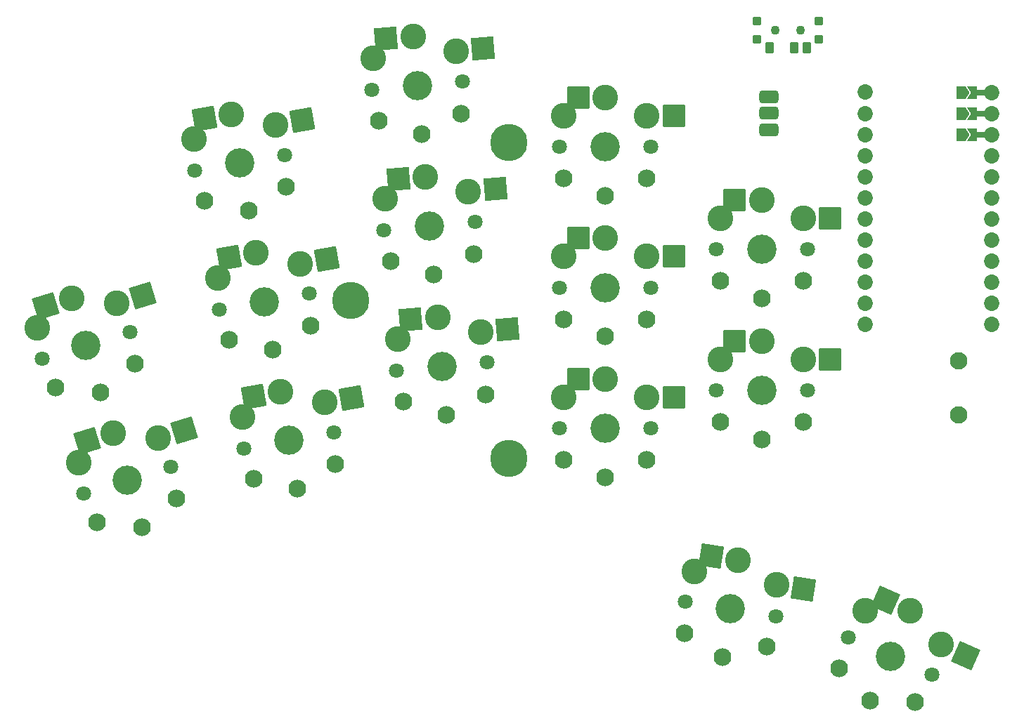
<source format=gbs>
%TF.GenerationSoftware,KiCad,Pcbnew,(6.0.4-0)*%
%TF.CreationDate,2022-05-24T13:00:26+02:00*%
%TF.ProjectId,battoota,62617474-6f6f-4746-912e-6b696361645f,v1.0.0*%
%TF.SameCoordinates,Original*%
%TF.FileFunction,Soldermask,Bot*%
%TF.FilePolarity,Negative*%
%FSLAX46Y46*%
G04 Gerber Fmt 4.6, Leading zero omitted, Abs format (unit mm)*
G04 Created by KiCad (PCBNEW (6.0.4-0)) date 2022-05-24 13:00:26*
%MOMM*%
%LPD*%
G01*
G04 APERTURE LIST*
G04 Aperture macros list*
%AMRoundRect*
0 Rectangle with rounded corners*
0 $1 Rounding radius*
0 $2 $3 $4 $5 $6 $7 $8 $9 X,Y pos of 4 corners*
0 Add a 4 corners polygon primitive as box body*
4,1,4,$2,$3,$4,$5,$6,$7,$8,$9,$2,$3,0*
0 Add four circle primitives for the rounded corners*
1,1,$1+$1,$2,$3*
1,1,$1+$1,$4,$5*
1,1,$1+$1,$6,$7*
1,1,$1+$1,$8,$9*
0 Add four rect primitives between the rounded corners*
20,1,$1+$1,$2,$3,$4,$5,0*
20,1,$1+$1,$4,$5,$6,$7,0*
20,1,$1+$1,$6,$7,$8,$9,0*
20,1,$1+$1,$8,$9,$2,$3,0*%
%AMFreePoly0*
4,1,16,0.685355,0.785355,0.700000,0.750000,0.691603,0.722265,0.210093,0.000000,0.691603,-0.722265,0.699029,-0.759806,0.677735,-0.791603,0.650000,-0.800000,-0.500000,-0.800000,-0.535355,-0.785355,-0.550000,-0.750000,-0.550000,0.750000,-0.535355,0.785355,-0.500000,0.800000,0.650000,0.800000,0.685355,0.785355,0.685355,0.785355,$1*%
%AMFreePoly1*
4,1,16,0.535355,0.785355,0.550000,0.750000,0.550000,-0.750000,0.535355,-0.785355,0.500000,-0.800000,-0.500000,-0.800000,-0.535355,-0.785355,-0.541603,-0.777735,-1.041603,-0.027735,-1.049029,0.009806,-1.041603,0.027735,-0.541603,0.777735,-0.509806,0.799029,-0.500000,0.800000,0.500000,0.800000,0.535355,0.785355,0.535355,0.785355,$1*%
G04 Aperture macros list end*
%ADD10RoundRect,0.425000X-0.750000X0.375000X-0.750000X-0.375000X0.750000X-0.375000X0.750000X0.375000X0*%
%ADD11RoundRect,0.050000X-0.450000X-0.450000X0.450000X-0.450000X0.450000X0.450000X-0.450000X0.450000X0*%
%ADD12C,1.100000*%
%ADD13RoundRect,0.050000X-0.450000X-0.625000X0.450000X-0.625000X0.450000X0.625000X-0.450000X0.625000X0*%
%ADD14C,2.100000*%
%ADD15C,3.100000*%
%ADD16C,1.801800*%
%ADD17C,3.529000*%
%ADD18RoundRect,0.050000X-1.054507X-1.505993X1.505993X-1.054507X1.054507X1.505993X-1.505993X1.054507X0*%
%ADD19C,2.132000*%
%ADD20RoundRect,0.050000X-1.181751X-1.408356X1.408356X-1.181751X1.181751X1.408356X-1.408356X1.181751X0*%
%ADD21RoundRect,0.050000X-1.300000X-1.300000X1.300000X-1.300000X1.300000X1.300000X-1.300000X1.300000X0*%
%ADD22RoundRect,0.050000X-1.716367X-0.658851X0.658851X-1.716367X1.716367X0.658851X-0.658851X1.716367X0*%
%ADD23RoundRect,0.050000X-0.863113X-1.623279X1.623279X-0.863113X0.863113X1.623279X-1.623279X0.863113X0*%
%ADD24RoundRect,0.050000X-1.487360X-1.080630X1.080630X-1.487360X1.487360X1.080630X-1.080630X1.487360X0*%
%ADD25C,1.852600*%
%ADD26FreePoly0,180.000000*%
%ADD27RoundRect,0.050000X-0.762000X0.250000X-0.762000X-0.250000X0.762000X-0.250000X0.762000X0.250000X0*%
%ADD28FreePoly1,180.000000*%
%ADD29C,4.500000*%
G04 APERTURE END LIST*
D10*
%TO.C,PAD1*%
X135137176Y108705670D03*
X135137176Y110705670D03*
X135137176Y112705670D03*
%TD*%
D11*
%TO.C,T2*%
X141095791Y121819254D03*
X133695791Y121819254D03*
X141095791Y119619254D03*
X133695791Y119619254D03*
D12*
X135895791Y120719254D03*
X138895791Y120719254D03*
D13*
X135145791Y118644254D03*
X138145791Y118644254D03*
X139645791Y118644254D03*
%TD*%
D14*
%TO.C,B1*%
X157969791Y80873254D03*
X157969791Y74373254D03*
%TD*%
D15*
%TO.C,S11*%
X75659968Y109306337D03*
X70353903Y110604673D03*
X70353903Y110604673D03*
D16*
X65970667Y103790002D03*
D15*
X65811891Y107569855D03*
D17*
X71387110Y104745067D03*
D16*
X76803553Y105700132D03*
D18*
X67128658Y110035975D03*
X78885213Y109875035D03*
%TD*%
D16*
%TO.C,S34*%
X154739291Y43001202D03*
D17*
X149714791Y45238254D03*
D16*
X144690291Y47475306D03*
D19*
X143601464Y43800464D03*
X152736919Y39733098D03*
X147315045Y39848336D03*
X147315045Y39848336D03*
%TD*%
D17*
%TO.C,S15*%
X94221643Y97114167D03*
D16*
X99700714Y97593524D03*
D15*
X98875782Y101285676D03*
X93703066Y103041525D03*
X93703066Y103041525D03*
X88913835Y100414118D03*
D16*
X88742572Y96634810D03*
D20*
X90440529Y102756090D03*
X102138320Y101571111D03*
%TD*%
D15*
%TO.C,S21*%
X115411087Y95636017D03*
D16*
X109911087Y89686017D03*
D15*
X115411087Y95636017D03*
X120411087Y93436017D03*
D16*
X120911087Y89686017D03*
D15*
X110411087Y93436017D03*
D17*
X115411087Y89686017D03*
D21*
X112136087Y95636017D03*
X123686087Y93436017D03*
%TD*%
D16*
%TO.C,S8*%
X71874705Y70306538D03*
X82707591Y72216668D03*
D17*
X77291148Y71261603D03*
D19*
X73026972Y66651093D03*
X82875050Y68387574D03*
X78315672Y65451237D03*
X78315672Y65451237D03*
%TD*%
D17*
%TO.C,S14*%
X95703291Y80178857D03*
D16*
X101182362Y80658214D03*
X90224220Y79699500D03*
D19*
X91053509Y75957538D03*
X101015456Y76829096D03*
X96217510Y74301308D03*
X96217510Y74301308D03*
%TD*%
D17*
%TO.C,S20*%
X115411087Y72686017D03*
D16*
X109911087Y72686017D03*
X120911087Y72686017D03*
D19*
X120411087Y68886017D03*
X110411087Y68886017D03*
X115411087Y66786017D03*
X115411087Y66786017D03*
%TD*%
D16*
%TO.C,S28*%
X128718280Y77278852D03*
X139718280Y77278852D03*
D17*
X134218280Y77278852D03*
D19*
X129218280Y73478852D03*
X139218280Y73478852D03*
X134218280Y71378852D03*
X134218280Y71378852D03*
%TD*%
D15*
%TO.C,S29*%
X134218280Y100228852D03*
X134218280Y100228852D03*
D16*
X139718280Y94278852D03*
D17*
X134218280Y94278852D03*
D15*
X139218280Y98028852D03*
X129218280Y98028852D03*
D16*
X128718280Y94278852D03*
D21*
X130943280Y100228852D03*
X142493280Y98028852D03*
%TD*%
D17*
%TO.C,S33*%
X149714791Y45238254D03*
D15*
X152134874Y50673849D03*
X146672326Y50697733D03*
D16*
X144690291Y47475306D03*
D15*
X152134874Y50673849D03*
X155807781Y46630366D03*
D16*
X154739291Y43001202D03*
D22*
X149143013Y52005912D03*
X158799642Y45298304D03*
%TD*%
D15*
%TO.C,S7*%
X71715929Y74086391D03*
X81564006Y75822873D03*
X76257941Y77121209D03*
D16*
X71874705Y70306538D03*
D15*
X76257941Y77121209D03*
D16*
X82707591Y72216668D03*
D17*
X77291148Y71261603D03*
D18*
X73032696Y76552511D03*
X84789251Y76391571D03*
%TD*%
D17*
%TO.C,S5*%
X52842259Y82729963D03*
D16*
X58101935Y84338007D03*
D15*
X51102647Y88419976D03*
X51102647Y88419976D03*
D16*
X47582583Y81121919D03*
D15*
X46964341Y84854247D03*
X56527389Y87777964D03*
D23*
X47970749Y87462459D03*
X59659287Y88735482D03*
%TD*%
D15*
%TO.C,S27*%
X129218280Y81028852D03*
D16*
X139718280Y77278852D03*
D17*
X134218280Y77278852D03*
D15*
X139218280Y81028852D03*
X134218280Y83228852D03*
X134218280Y83228852D03*
D16*
X128718280Y77278852D03*
D21*
X130943280Y83228852D03*
X142493280Y81028852D03*
%TD*%
D15*
%TO.C,S9*%
X68763910Y90828123D03*
D17*
X74339129Y88003335D03*
D15*
X73305922Y93862941D03*
X78611987Y92564605D03*
D16*
X68922686Y87048270D03*
D15*
X73305922Y93862941D03*
D16*
X79755572Y88958400D03*
D18*
X70080677Y93294243D03*
X81837232Y93133303D03*
%TD*%
D16*
%TO.C,S16*%
X99700714Y97593524D03*
D17*
X94221643Y97114167D03*
D16*
X88742572Y96634810D03*
D19*
X99533808Y93764406D03*
X89571861Y92892848D03*
X94735862Y91236618D03*
X94735862Y91236618D03*
%TD*%
D16*
%TO.C,S30*%
X139718280Y94278852D03*
X128718280Y94278852D03*
D17*
X134218280Y94278852D03*
D19*
X139218280Y90478852D03*
X129218280Y90478852D03*
X134218280Y88378852D03*
X134218280Y88378852D03*
%TD*%
D16*
%TO.C,S13*%
X90224220Y79699500D03*
X101182362Y80658214D03*
D17*
X95703291Y80178857D03*
D15*
X95184714Y86106215D03*
X100357430Y84350366D03*
X95184714Y86106215D03*
X90395483Y83478808D03*
D20*
X91922177Y85820780D03*
X103619968Y84635801D03*
%TD*%
D16*
%TO.C,S24*%
X109911087Y106686017D03*
X120911087Y106686017D03*
D17*
X115411087Y106686017D03*
D19*
X110411087Y102886017D03*
X120411087Y102886017D03*
X115411087Y100786017D03*
X115411087Y100786017D03*
%TD*%
D16*
%TO.C,S17*%
X87260925Y113570120D03*
D17*
X92739996Y114049477D03*
D16*
X98219067Y114528834D03*
D15*
X87432188Y117349428D03*
X97394135Y118220986D03*
X92221419Y119976835D03*
X92221419Y119976835D03*
D20*
X88958882Y119691400D03*
X100656673Y118506421D03*
%TD*%
D16*
%TO.C,S4*%
X52552902Y64864738D03*
X63072254Y68080826D03*
D17*
X57812578Y66472782D03*
D19*
X54142067Y61376965D03*
X63705114Y64300682D03*
X59537571Y60830584D03*
X59537571Y60830584D03*
%TD*%
D16*
%TO.C,S10*%
X79755572Y88958400D03*
X68922686Y87048270D03*
D17*
X74339129Y88003335D03*
D19*
X70074953Y83392825D03*
X79923031Y85129306D03*
X75363653Y82192969D03*
X75363653Y82192969D03*
%TD*%
D16*
%TO.C,S22*%
X109911087Y89686017D03*
X120911087Y89686017D03*
D17*
X115411087Y89686017D03*
D19*
X110411087Y85886017D03*
X120411087Y85886017D03*
X115411087Y83786017D03*
X115411087Y83786017D03*
%TD*%
D17*
%TO.C,S31*%
X130476118Y50937009D03*
D16*
X125043832Y51797399D03*
D15*
X131406903Y56813755D03*
X136001189Y53858668D03*
X131406903Y56813755D03*
X126124306Y55423013D03*
D16*
X135908404Y50076619D03*
D24*
X128172224Y57326077D03*
X139235868Y53346345D03*
%TD*%
D25*
%TO.C,MCU1*%
X161977213Y110643254D03*
D26*
X159643690Y110643254D03*
D25*
X161977213Y108103254D03*
D27*
X160593690Y113183254D03*
D25*
X146737213Y108103254D03*
D27*
X160593690Y110643254D03*
X160593690Y108103254D03*
D26*
X159643690Y108103254D03*
X159643690Y113183254D03*
D25*
X146737213Y113267000D03*
X161977213Y113183254D03*
X146737213Y110643254D03*
D28*
X158193690Y113183254D03*
X158193690Y110643254D03*
X158193690Y108103254D03*
D25*
X146737213Y105563254D03*
X146737213Y103023254D03*
X146737213Y100483254D03*
X146737213Y97943254D03*
X146737213Y95403254D03*
X146737213Y92863254D03*
X146737213Y90323254D03*
X146737213Y87783254D03*
X146737213Y85243254D03*
X161977213Y105563254D03*
X161977213Y103023254D03*
X161977213Y100483254D03*
X161977213Y97943254D03*
X161977213Y95403254D03*
X161977213Y92863254D03*
X161977213Y90323254D03*
X161977213Y87783254D03*
X161977213Y85243254D03*
%TD*%
D16*
%TO.C,S3*%
X52552902Y64864738D03*
D15*
X51934660Y68597066D03*
D17*
X57812578Y66472782D03*
D15*
X61497708Y71520783D03*
X56072966Y72162795D03*
X56072966Y72162795D03*
D16*
X63072254Y68080826D03*
D23*
X52941068Y71205278D03*
X64629606Y72478301D03*
%TD*%
D16*
%TO.C,S32*%
X135908404Y50076619D03*
D17*
X130476118Y50937009D03*
D16*
X125043832Y51797399D03*
D19*
X134820109Y46401621D03*
X124943225Y47965966D03*
X129553155Y45109648D03*
X129553155Y45109648D03*
%TD*%
D29*
%TO.C,REF\u002A\u002A*%
X84747220Y88141427D03*
X103797220Y69091427D03*
X103797220Y107191427D03*
%TD*%
D17*
%TO.C,S12*%
X71387110Y104745067D03*
D16*
X65970667Y103790002D03*
X76803553Y105700132D03*
D19*
X76971012Y101871038D03*
X67122934Y100134557D03*
X72411634Y98934701D03*
X72411634Y98934701D03*
%TD*%
D17*
%TO.C,S23*%
X115411087Y106686017D03*
D16*
X120911087Y106686017D03*
D15*
X115411087Y112636017D03*
X115411087Y112636017D03*
X110411087Y110436017D03*
X120411087Y110436017D03*
D16*
X109911087Y106686017D03*
D21*
X112136087Y112636017D03*
X123686087Y110436017D03*
%TD*%
D16*
%TO.C,S6*%
X47582583Y81121919D03*
X58101935Y84338007D03*
D17*
X52842259Y82729963D03*
D19*
X49171748Y77634146D03*
X58734795Y80557863D03*
X54567252Y77087765D03*
X54567252Y77087765D03*
%TD*%
D17*
%TO.C,S19*%
X115411087Y72686017D03*
D15*
X115411087Y78636017D03*
X110411087Y76436017D03*
D16*
X120911087Y72686017D03*
X109911087Y72686017D03*
D15*
X120411087Y76436017D03*
X115411087Y78636017D03*
D21*
X112136087Y78636017D03*
X123686087Y76436017D03*
%TD*%
D16*
%TO.C,S18*%
X98219067Y114528834D03*
D17*
X92739996Y114049477D03*
D16*
X87260925Y113570120D03*
D19*
X88090214Y109828158D03*
X98052161Y110699716D03*
X93254215Y108171928D03*
X93254215Y108171928D03*
%TD*%
M02*

</source>
